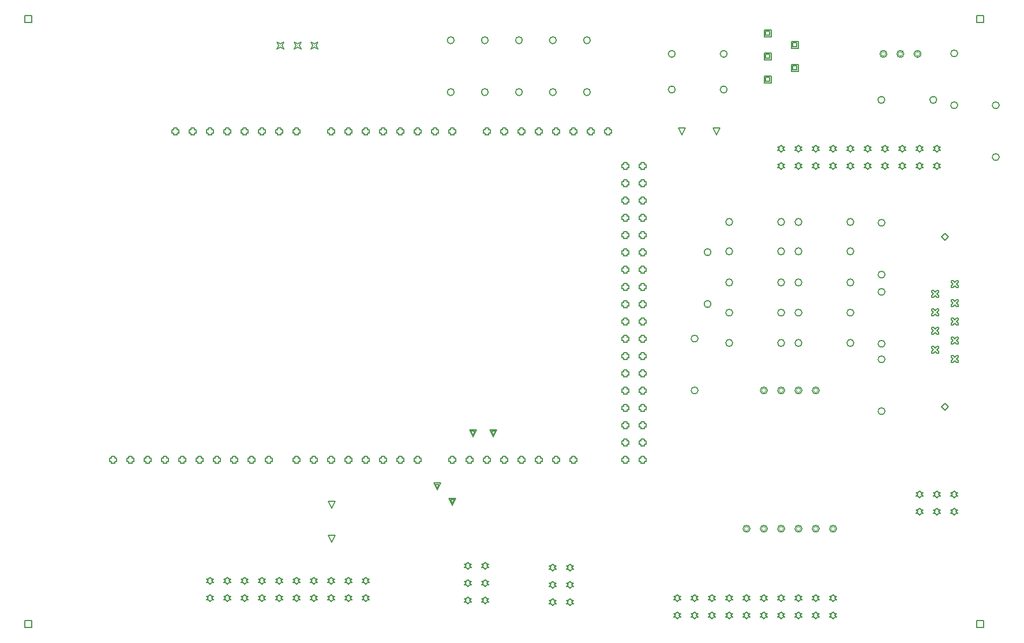
<source format=gbr>
G04 Layer_Color=2752767*
%FSLAX23Y23*%
%MOIN*%
%TF.FileFunction,Drawing*%
%TF.Part,Single*%
G01*
G75*
%TA.AperFunction,NonConductor*%
%ADD52C,0.005*%
%ADD74C,0.007*%
%ADD75C,0.004*%
D52*
X1230Y4730D02*
Y4770D01*
X1270D01*
Y4730D01*
X1230D01*
X6730D02*
Y4770D01*
X6770D01*
Y4730D01*
X6730D01*
Y1230D02*
Y1270D01*
X6770D01*
Y1230D01*
X6730D01*
X1230D02*
Y1270D01*
X1270D01*
Y1230D01*
X1230D01*
X5028Y4080D02*
X5008Y4120D01*
X5048D01*
X5028Y4080D01*
X5225D02*
X5205Y4120D01*
X5245D01*
X5225Y4080D01*
X3889Y1365D02*
X3899Y1375D01*
X3909D01*
X3899Y1385D01*
X3909Y1395D01*
X3899D01*
X3889Y1405D01*
X3879Y1395D01*
X3869D01*
X3879Y1385D01*
X3869Y1375D01*
X3879D01*
X3889Y1365D01*
X3789D02*
X3799Y1375D01*
X3809D01*
X3799Y1385D01*
X3809Y1395D01*
X3799D01*
X3789Y1405D01*
X3779Y1395D01*
X3769D01*
X3779Y1385D01*
X3769Y1375D01*
X3779D01*
X3789Y1365D01*
X3889Y1465D02*
X3899Y1475D01*
X3909D01*
X3899Y1485D01*
X3909Y1495D01*
X3899D01*
X3889Y1505D01*
X3879Y1495D01*
X3869D01*
X3879Y1485D01*
X3869Y1475D01*
X3879D01*
X3889Y1465D01*
X3789D02*
X3799Y1475D01*
X3809D01*
X3799Y1485D01*
X3809Y1495D01*
X3799D01*
X3789Y1505D01*
X3779Y1495D01*
X3769D01*
X3779Y1485D01*
X3769Y1475D01*
X3779D01*
X3789Y1465D01*
X3889Y1565D02*
X3899Y1575D01*
X3909D01*
X3899Y1585D01*
X3909Y1595D01*
X3899D01*
X3889Y1605D01*
X3879Y1595D01*
X3869D01*
X3879Y1585D01*
X3869Y1575D01*
X3879D01*
X3889Y1565D01*
X3789D02*
X3799Y1575D01*
X3809D01*
X3799Y1585D01*
X3809Y1595D01*
X3799D01*
X3789Y1605D01*
X3779Y1595D01*
X3769D01*
X3779Y1585D01*
X3769Y1575D01*
X3779D01*
X3789Y1565D01*
X6400Y1880D02*
X6410Y1890D01*
X6420D01*
X6410Y1900D01*
X6420Y1910D01*
X6410D01*
X6400Y1920D01*
X6390Y1910D01*
X6380D01*
X6390Y1900D01*
X6380Y1890D01*
X6390D01*
X6400Y1880D01*
Y1980D02*
X6410Y1990D01*
X6420D01*
X6410Y2000D01*
X6420Y2010D01*
X6410D01*
X6400Y2020D01*
X6390Y2010D01*
X6380D01*
X6390Y2000D01*
X6380Y1990D01*
X6390D01*
X6400Y1980D01*
X6500Y1880D02*
X6510Y1890D01*
X6520D01*
X6510Y1900D01*
X6520Y1910D01*
X6510D01*
X6500Y1920D01*
X6490Y1910D01*
X6480D01*
X6490Y1900D01*
X6480Y1890D01*
X6490D01*
X6500Y1880D01*
Y1980D02*
X6510Y1990D01*
X6520D01*
X6510Y2000D01*
X6520Y2010D01*
X6510D01*
X6500Y2020D01*
X6490Y2010D01*
X6480D01*
X6490Y2000D01*
X6480Y1990D01*
X6490D01*
X6500Y1980D01*
X6600Y1880D02*
X6610Y1890D01*
X6620D01*
X6610Y1900D01*
X6620Y1910D01*
X6610D01*
X6600Y1920D01*
X6590Y1910D01*
X6580D01*
X6590Y1900D01*
X6580Y1890D01*
X6590D01*
X6600Y1880D01*
Y1980D02*
X6610Y1990D01*
X6620D01*
X6610Y2000D01*
X6620Y2010D01*
X6610D01*
X6600Y2020D01*
X6590Y2010D01*
X6580D01*
X6590Y2000D01*
X6580Y1990D01*
X6590D01*
X6600Y1980D01*
X5600Y3880D02*
X5610Y3890D01*
X5620D01*
X5610Y3900D01*
X5620Y3910D01*
X5610D01*
X5600Y3920D01*
X5590Y3910D01*
X5580D01*
X5590Y3900D01*
X5580Y3890D01*
X5590D01*
X5600Y3880D01*
Y3980D02*
X5610Y3990D01*
X5620D01*
X5610Y4000D01*
X5620Y4010D01*
X5610D01*
X5600Y4020D01*
X5590Y4010D01*
X5580D01*
X5590Y4000D01*
X5580Y3990D01*
X5590D01*
X5600Y3980D01*
X5700Y3880D02*
X5710Y3890D01*
X5720D01*
X5710Y3900D01*
X5720Y3910D01*
X5710D01*
X5700Y3920D01*
X5690Y3910D01*
X5680D01*
X5690Y3900D01*
X5680Y3890D01*
X5690D01*
X5700Y3880D01*
Y3980D02*
X5710Y3990D01*
X5720D01*
X5710Y4000D01*
X5720Y4010D01*
X5710D01*
X5700Y4020D01*
X5690Y4010D01*
X5680D01*
X5690Y4000D01*
X5680Y3990D01*
X5690D01*
X5700Y3980D01*
X5800Y3880D02*
X5810Y3890D01*
X5820D01*
X5810Y3900D01*
X5820Y3910D01*
X5810D01*
X5800Y3920D01*
X5790Y3910D01*
X5780D01*
X5790Y3900D01*
X5780Y3890D01*
X5790D01*
X5800Y3880D01*
Y3980D02*
X5810Y3990D01*
X5820D01*
X5810Y4000D01*
X5820Y4010D01*
X5810D01*
X5800Y4020D01*
X5790Y4010D01*
X5780D01*
X5790Y4000D01*
X5780Y3990D01*
X5790D01*
X5800Y3980D01*
X5900Y3880D02*
X5910Y3890D01*
X5920D01*
X5910Y3900D01*
X5920Y3910D01*
X5910D01*
X5900Y3920D01*
X5890Y3910D01*
X5880D01*
X5890Y3900D01*
X5880Y3890D01*
X5890D01*
X5900Y3880D01*
Y3980D02*
X5910Y3990D01*
X5920D01*
X5910Y4000D01*
X5920Y4010D01*
X5910D01*
X5900Y4020D01*
X5890Y4010D01*
X5880D01*
X5890Y4000D01*
X5880Y3990D01*
X5890D01*
X5900Y3980D01*
X6000Y3880D02*
X6010Y3890D01*
X6020D01*
X6010Y3900D01*
X6020Y3910D01*
X6010D01*
X6000Y3920D01*
X5990Y3910D01*
X5980D01*
X5990Y3900D01*
X5980Y3890D01*
X5990D01*
X6000Y3880D01*
Y3980D02*
X6010Y3990D01*
X6020D01*
X6010Y4000D01*
X6020Y4010D01*
X6010D01*
X6000Y4020D01*
X5990Y4010D01*
X5980D01*
X5990Y4000D01*
X5980Y3990D01*
X5990D01*
X6000Y3980D01*
X6100Y3880D02*
X6110Y3890D01*
X6120D01*
X6110Y3900D01*
X6120Y3910D01*
X6110D01*
X6100Y3920D01*
X6090Y3910D01*
X6080D01*
X6090Y3900D01*
X6080Y3890D01*
X6090D01*
X6100Y3880D01*
Y3980D02*
X6110Y3990D01*
X6120D01*
X6110Y4000D01*
X6120Y4010D01*
X6110D01*
X6100Y4020D01*
X6090Y4010D01*
X6080D01*
X6090Y4000D01*
X6080Y3990D01*
X6090D01*
X6100Y3980D01*
X6200Y3880D02*
X6210Y3890D01*
X6220D01*
X6210Y3900D01*
X6220Y3910D01*
X6210D01*
X6200Y3920D01*
X6190Y3910D01*
X6180D01*
X6190Y3900D01*
X6180Y3890D01*
X6190D01*
X6200Y3880D01*
Y3980D02*
X6210Y3990D01*
X6220D01*
X6210Y4000D01*
X6220Y4010D01*
X6210D01*
X6200Y4020D01*
X6190Y4010D01*
X6180D01*
X6190Y4000D01*
X6180Y3990D01*
X6190D01*
X6200Y3980D01*
X6300Y3880D02*
X6310Y3890D01*
X6320D01*
X6310Y3900D01*
X6320Y3910D01*
X6310D01*
X6300Y3920D01*
X6290Y3910D01*
X6280D01*
X6290Y3900D01*
X6280Y3890D01*
X6290D01*
X6300Y3880D01*
Y3980D02*
X6310Y3990D01*
X6320D01*
X6310Y4000D01*
X6320Y4010D01*
X6310D01*
X6300Y4020D01*
X6290Y4010D01*
X6280D01*
X6290Y4000D01*
X6280Y3990D01*
X6290D01*
X6300Y3980D01*
X6400Y3880D02*
X6410Y3890D01*
X6420D01*
X6410Y3900D01*
X6420Y3910D01*
X6410D01*
X6400Y3920D01*
X6390Y3910D01*
X6380D01*
X6390Y3900D01*
X6380Y3890D01*
X6390D01*
X6400Y3880D01*
Y3980D02*
X6410Y3990D01*
X6420D01*
X6410Y4000D01*
X6420Y4010D01*
X6410D01*
X6400Y4020D01*
X6390Y4010D01*
X6380D01*
X6390Y4000D01*
X6380Y3990D01*
X6390D01*
X6400Y3980D01*
X6500Y3880D02*
X6510Y3890D01*
X6520D01*
X6510Y3900D01*
X6520Y3910D01*
X6510D01*
X6500Y3920D01*
X6490Y3910D01*
X6480D01*
X6490Y3900D01*
X6480Y3890D01*
X6490D01*
X6500Y3880D01*
Y3980D02*
X6510Y3990D01*
X6520D01*
X6510Y4000D01*
X6520Y4010D01*
X6510D01*
X6500Y4020D01*
X6490Y4010D01*
X6480D01*
X6490Y4000D01*
X6480Y3990D01*
X6490D01*
X6500Y3980D01*
X5900Y1380D02*
X5910Y1390D01*
X5920D01*
X5910Y1400D01*
X5920Y1410D01*
X5910D01*
X5900Y1420D01*
X5890Y1410D01*
X5880D01*
X5890Y1400D01*
X5880Y1390D01*
X5890D01*
X5900Y1380D01*
Y1280D02*
X5910Y1290D01*
X5920D01*
X5910Y1300D01*
X5920Y1310D01*
X5910D01*
X5900Y1320D01*
X5890Y1310D01*
X5880D01*
X5890Y1300D01*
X5880Y1290D01*
X5890D01*
X5900Y1280D01*
X5800Y1380D02*
X5810Y1390D01*
X5820D01*
X5810Y1400D01*
X5820Y1410D01*
X5810D01*
X5800Y1420D01*
X5790Y1410D01*
X5780D01*
X5790Y1400D01*
X5780Y1390D01*
X5790D01*
X5800Y1380D01*
Y1280D02*
X5810Y1290D01*
X5820D01*
X5810Y1300D01*
X5820Y1310D01*
X5810D01*
X5800Y1320D01*
X5790Y1310D01*
X5780D01*
X5790Y1300D01*
X5780Y1290D01*
X5790D01*
X5800Y1280D01*
X5700Y1380D02*
X5710Y1390D01*
X5720D01*
X5710Y1400D01*
X5720Y1410D01*
X5710D01*
X5700Y1420D01*
X5690Y1410D01*
X5680D01*
X5690Y1400D01*
X5680Y1390D01*
X5690D01*
X5700Y1380D01*
Y1280D02*
X5710Y1290D01*
X5720D01*
X5710Y1300D01*
X5720Y1310D01*
X5710D01*
X5700Y1320D01*
X5690Y1310D01*
X5680D01*
X5690Y1300D01*
X5680Y1290D01*
X5690D01*
X5700Y1280D01*
X5600Y1380D02*
X5610Y1390D01*
X5620D01*
X5610Y1400D01*
X5620Y1410D01*
X5610D01*
X5600Y1420D01*
X5590Y1410D01*
X5580D01*
X5590Y1400D01*
X5580Y1390D01*
X5590D01*
X5600Y1380D01*
Y1280D02*
X5610Y1290D01*
X5620D01*
X5610Y1300D01*
X5620Y1310D01*
X5610D01*
X5600Y1320D01*
X5590Y1310D01*
X5580D01*
X5590Y1300D01*
X5580Y1290D01*
X5590D01*
X5600Y1280D01*
X5500Y1380D02*
X5510Y1390D01*
X5520D01*
X5510Y1400D01*
X5520Y1410D01*
X5510D01*
X5500Y1420D01*
X5490Y1410D01*
X5480D01*
X5490Y1400D01*
X5480Y1390D01*
X5490D01*
X5500Y1380D01*
Y1280D02*
X5510Y1290D01*
X5520D01*
X5510Y1300D01*
X5520Y1310D01*
X5510D01*
X5500Y1320D01*
X5490Y1310D01*
X5480D01*
X5490Y1300D01*
X5480Y1290D01*
X5490D01*
X5500Y1280D01*
X5400Y1380D02*
X5410Y1390D01*
X5420D01*
X5410Y1400D01*
X5420Y1410D01*
X5410D01*
X5400Y1420D01*
X5390Y1410D01*
X5380D01*
X5390Y1400D01*
X5380Y1390D01*
X5390D01*
X5400Y1380D01*
Y1280D02*
X5410Y1290D01*
X5420D01*
X5410Y1300D01*
X5420Y1310D01*
X5410D01*
X5400Y1320D01*
X5390Y1310D01*
X5380D01*
X5390Y1300D01*
X5380Y1290D01*
X5390D01*
X5400Y1280D01*
X5300Y1380D02*
X5310Y1390D01*
X5320D01*
X5310Y1400D01*
X5320Y1410D01*
X5310D01*
X5300Y1420D01*
X5290Y1410D01*
X5280D01*
X5290Y1400D01*
X5280Y1390D01*
X5290D01*
X5300Y1380D01*
Y1280D02*
X5310Y1290D01*
X5320D01*
X5310Y1300D01*
X5320Y1310D01*
X5310D01*
X5300Y1320D01*
X5290Y1310D01*
X5280D01*
X5290Y1300D01*
X5280Y1290D01*
X5290D01*
X5300Y1280D01*
X5200Y1380D02*
X5210Y1390D01*
X5220D01*
X5210Y1400D01*
X5220Y1410D01*
X5210D01*
X5200Y1420D01*
X5190Y1410D01*
X5180D01*
X5190Y1400D01*
X5180Y1390D01*
X5190D01*
X5200Y1380D01*
Y1280D02*
X5210Y1290D01*
X5220D01*
X5210Y1300D01*
X5220Y1310D01*
X5210D01*
X5200Y1320D01*
X5190Y1310D01*
X5180D01*
X5190Y1300D01*
X5180Y1290D01*
X5190D01*
X5200Y1280D01*
X5100Y1380D02*
X5110Y1390D01*
X5120D01*
X5110Y1400D01*
X5120Y1410D01*
X5110D01*
X5100Y1420D01*
X5090Y1410D01*
X5080D01*
X5090Y1400D01*
X5080Y1390D01*
X5090D01*
X5100Y1380D01*
Y1280D02*
X5110Y1290D01*
X5120D01*
X5110Y1300D01*
X5120Y1310D01*
X5110D01*
X5100Y1320D01*
X5090Y1310D01*
X5080D01*
X5090Y1300D01*
X5080Y1290D01*
X5090D01*
X5100Y1280D01*
X5000Y1380D02*
X5010Y1390D01*
X5020D01*
X5010Y1400D01*
X5020Y1410D01*
X5010D01*
X5000Y1420D01*
X4990Y1410D01*
X4980D01*
X4990Y1400D01*
X4980Y1390D01*
X4990D01*
X5000Y1380D01*
Y1280D02*
X5010Y1290D01*
X5020D01*
X5010Y1300D01*
X5020Y1310D01*
X5010D01*
X5000Y1320D01*
X4990Y1310D01*
X4980D01*
X4990Y1300D01*
X4980Y1290D01*
X4990D01*
X5000Y1280D01*
X2884Y4576D02*
X2894Y4596D01*
X2884Y4616D01*
X2904Y4606D01*
X2924Y4616D01*
X2914Y4596D01*
X2924Y4576D01*
X2904Y4586D01*
X2884Y4576D01*
X2785D02*
X2795Y4596D01*
X2785Y4616D01*
X2805Y4606D01*
X2825Y4616D01*
X2815Y4596D01*
X2825Y4576D01*
X2805Y4586D01*
X2785Y4576D01*
X2687D02*
X2697Y4596D01*
X2687Y4616D01*
X2707Y4606D01*
X2727Y4616D01*
X2717Y4596D01*
X2727Y4576D01*
X2707Y4586D01*
X2687Y4576D01*
X3002Y1919D02*
X2982Y1959D01*
X3022D01*
X3002Y1919D01*
Y1722D02*
X2982Y1762D01*
X3022D01*
X3002Y1722D01*
X2990Y4090D02*
Y4080D01*
X3010D01*
Y4090D01*
X3020D01*
Y4110D01*
X3010D01*
Y4120D01*
X2990D01*
Y4110D01*
X2980D01*
Y4090D01*
X2990D01*
X3090D02*
Y4080D01*
X3110D01*
Y4090D01*
X3120D01*
Y4110D01*
X3110D01*
Y4120D01*
X3090D01*
Y4110D01*
X3080D01*
Y4090D01*
X3090D01*
X3190D02*
Y4080D01*
X3210D01*
Y4090D01*
X3220D01*
Y4110D01*
X3210D01*
Y4120D01*
X3190D01*
Y4110D01*
X3180D01*
Y4090D01*
X3190D01*
X3290D02*
Y4080D01*
X3310D01*
Y4090D01*
X3320D01*
Y4110D01*
X3310D01*
Y4120D01*
X3290D01*
Y4110D01*
X3280D01*
Y4090D01*
X3290D01*
X3390D02*
Y4080D01*
X3410D01*
Y4090D01*
X3420D01*
Y4110D01*
X3410D01*
Y4120D01*
X3390D01*
Y4110D01*
X3380D01*
Y4090D01*
X3390D01*
X3490D02*
Y4080D01*
X3510D01*
Y4090D01*
X3520D01*
Y4110D01*
X3510D01*
Y4120D01*
X3490D01*
Y4110D01*
X3480D01*
Y4090D01*
X3490D01*
X3590D02*
Y4080D01*
X3610D01*
Y4090D01*
X3620D01*
Y4110D01*
X3610D01*
Y4120D01*
X3590D01*
Y4110D01*
X3580D01*
Y4090D01*
X3590D01*
X3690D02*
Y4080D01*
X3710D01*
Y4090D01*
X3720D01*
Y4110D01*
X3710D01*
Y4120D01*
X3690D01*
Y4110D01*
X3680D01*
Y4090D01*
X3690D01*
X3890D02*
Y4080D01*
X3910D01*
Y4090D01*
X3920D01*
Y4110D01*
X3910D01*
Y4120D01*
X3890D01*
Y4110D01*
X3880D01*
Y4090D01*
X3890D01*
X3990D02*
Y4080D01*
X4010D01*
Y4090D01*
X4020D01*
Y4110D01*
X4010D01*
Y4120D01*
X3990D01*
Y4110D01*
X3980D01*
Y4090D01*
X3990D01*
X4090D02*
Y4080D01*
X4110D01*
Y4090D01*
X4120D01*
Y4110D01*
X4110D01*
Y4120D01*
X4090D01*
Y4110D01*
X4080D01*
Y4090D01*
X4090D01*
X4190D02*
Y4080D01*
X4210D01*
Y4090D01*
X4220D01*
Y4110D01*
X4210D01*
Y4120D01*
X4190D01*
Y4110D01*
X4180D01*
Y4090D01*
X4190D01*
X4290D02*
Y4080D01*
X4310D01*
Y4090D01*
X4320D01*
Y4110D01*
X4310D01*
Y4120D01*
X4290D01*
Y4110D01*
X4280D01*
Y4090D01*
X4290D01*
X4390D02*
Y4080D01*
X4410D01*
Y4090D01*
X4420D01*
Y4110D01*
X4410D01*
Y4120D01*
X4390D01*
Y4110D01*
X4380D01*
Y4090D01*
X4390D01*
X4490D02*
Y4080D01*
X4510D01*
Y4090D01*
X4520D01*
Y4110D01*
X4510D01*
Y4120D01*
X4490D01*
Y4110D01*
X4480D01*
Y4090D01*
X4490D01*
X4590D02*
Y4080D01*
X4610D01*
Y4090D01*
X4620D01*
Y4110D01*
X4610D01*
Y4120D01*
X4590D01*
Y4110D01*
X4580D01*
Y4090D01*
X4590D01*
X2090D02*
Y4080D01*
X2110D01*
Y4090D01*
X2120D01*
Y4110D01*
X2110D01*
Y4120D01*
X2090D01*
Y4110D01*
X2080D01*
Y4090D01*
X2090D01*
X2190D02*
Y4080D01*
X2210D01*
Y4090D01*
X2220D01*
Y4110D01*
X2210D01*
Y4120D01*
X2190D01*
Y4110D01*
X2180D01*
Y4090D01*
X2190D01*
X2290D02*
Y4080D01*
X2310D01*
Y4090D01*
X2320D01*
Y4110D01*
X2310D01*
Y4120D01*
X2290D01*
Y4110D01*
X2280D01*
Y4090D01*
X2290D01*
X2390D02*
Y4080D01*
X2410D01*
Y4090D01*
X2420D01*
Y4110D01*
X2410D01*
Y4120D01*
X2390D01*
Y4110D01*
X2380D01*
Y4090D01*
X2390D01*
X2490D02*
Y4080D01*
X2510D01*
Y4090D01*
X2520D01*
Y4110D01*
X2510D01*
Y4120D01*
X2490D01*
Y4110D01*
X2480D01*
Y4090D01*
X2490D01*
X2590D02*
Y4080D01*
X2610D01*
Y4090D01*
X2620D01*
Y4110D01*
X2610D01*
Y4120D01*
X2590D01*
Y4110D01*
X2580D01*
Y4090D01*
X2590D01*
X2690D02*
Y4080D01*
X2710D01*
Y4090D01*
X2720D01*
Y4110D01*
X2710D01*
Y4120D01*
X2690D01*
Y4110D01*
X2680D01*
Y4090D01*
X2690D01*
X2790D02*
Y4080D01*
X2810D01*
Y4090D01*
X2820D01*
Y4110D01*
X2810D01*
Y4120D01*
X2790D01*
Y4110D01*
X2780D01*
Y4090D01*
X2790D01*
X3690Y2190D02*
Y2180D01*
X3710D01*
Y2190D01*
X3720D01*
Y2210D01*
X3710D01*
Y2220D01*
X3690D01*
Y2210D01*
X3680D01*
Y2190D01*
X3690D01*
X3790D02*
Y2180D01*
X3810D01*
Y2190D01*
X3820D01*
Y2210D01*
X3810D01*
Y2220D01*
X3790D01*
Y2210D01*
X3780D01*
Y2190D01*
X3790D01*
X3890D02*
Y2180D01*
X3910D01*
Y2190D01*
X3920D01*
Y2210D01*
X3910D01*
Y2220D01*
X3890D01*
Y2210D01*
X3880D01*
Y2190D01*
X3890D01*
X3990D02*
Y2180D01*
X4010D01*
Y2190D01*
X4020D01*
Y2210D01*
X4010D01*
Y2220D01*
X3990D01*
Y2210D01*
X3980D01*
Y2190D01*
X3990D01*
X4090D02*
Y2180D01*
X4110D01*
Y2190D01*
X4120D01*
Y2210D01*
X4110D01*
Y2220D01*
X4090D01*
Y2210D01*
X4080D01*
Y2190D01*
X4090D01*
X4190D02*
Y2180D01*
X4210D01*
Y2190D01*
X4220D01*
Y2210D01*
X4210D01*
Y2220D01*
X4190D01*
Y2210D01*
X4180D01*
Y2190D01*
X4190D01*
X4290D02*
Y2180D01*
X4310D01*
Y2190D01*
X4320D01*
Y2210D01*
X4310D01*
Y2220D01*
X4290D01*
Y2210D01*
X4280D01*
Y2190D01*
X4290D01*
X4390D02*
Y2180D01*
X4410D01*
Y2190D01*
X4420D01*
Y2210D01*
X4410D01*
Y2220D01*
X4390D01*
Y2210D01*
X4380D01*
Y2190D01*
X4390D01*
X2790D02*
Y2180D01*
X2810D01*
Y2190D01*
X2820D01*
Y2210D01*
X2810D01*
Y2220D01*
X2790D01*
Y2210D01*
X2780D01*
Y2190D01*
X2790D01*
X2890D02*
Y2180D01*
X2910D01*
Y2190D01*
X2920D01*
Y2210D01*
X2910D01*
Y2220D01*
X2890D01*
Y2210D01*
X2880D01*
Y2190D01*
X2890D01*
X2990D02*
Y2180D01*
X3010D01*
Y2190D01*
X3020D01*
Y2210D01*
X3010D01*
Y2220D01*
X2990D01*
Y2210D01*
X2980D01*
Y2190D01*
X2990D01*
X3090D02*
Y2180D01*
X3110D01*
Y2190D01*
X3120D01*
Y2210D01*
X3110D01*
Y2220D01*
X3090D01*
Y2210D01*
X3080D01*
Y2190D01*
X3090D01*
X3190D02*
Y2180D01*
X3210D01*
Y2190D01*
X3220D01*
Y2210D01*
X3210D01*
Y2220D01*
X3190D01*
Y2210D01*
X3180D01*
Y2190D01*
X3190D01*
X3290D02*
Y2180D01*
X3310D01*
Y2190D01*
X3320D01*
Y2210D01*
X3310D01*
Y2220D01*
X3290D01*
Y2210D01*
X3280D01*
Y2190D01*
X3290D01*
X3390D02*
Y2180D01*
X3410D01*
Y2190D01*
X3420D01*
Y2210D01*
X3410D01*
Y2220D01*
X3390D01*
Y2210D01*
X3380D01*
Y2190D01*
X3390D01*
X3490D02*
Y2180D01*
X3510D01*
Y2190D01*
X3520D01*
Y2210D01*
X3510D01*
Y2220D01*
X3490D01*
Y2210D01*
X3480D01*
Y2190D01*
X3490D01*
X2630D02*
Y2180D01*
X2650D01*
Y2190D01*
X2660D01*
Y2210D01*
X2650D01*
Y2220D01*
X2630D01*
Y2210D01*
X2620D01*
Y2190D01*
X2630D01*
X2530D02*
Y2180D01*
X2550D01*
Y2190D01*
X2560D01*
Y2210D01*
X2550D01*
Y2220D01*
X2530D01*
Y2210D01*
X2520D01*
Y2190D01*
X2530D01*
X2430D02*
Y2180D01*
X2450D01*
Y2190D01*
X2460D01*
Y2210D01*
X2450D01*
Y2220D01*
X2430D01*
Y2210D01*
X2420D01*
Y2190D01*
X2430D01*
X2330D02*
Y2180D01*
X2350D01*
Y2190D01*
X2360D01*
Y2210D01*
X2350D01*
Y2220D01*
X2330D01*
Y2210D01*
X2320D01*
Y2190D01*
X2330D01*
X2230D02*
Y2180D01*
X2250D01*
Y2190D01*
X2260D01*
Y2210D01*
X2250D01*
Y2220D01*
X2230D01*
Y2210D01*
X2220D01*
Y2190D01*
X2230D01*
X2130D02*
Y2180D01*
X2150D01*
Y2190D01*
X2160D01*
Y2210D01*
X2150D01*
Y2220D01*
X2130D01*
Y2210D01*
X2120D01*
Y2190D01*
X2130D01*
X2030D02*
Y2180D01*
X2050D01*
Y2190D01*
X2060D01*
Y2210D01*
X2050D01*
Y2220D01*
X2030D01*
Y2210D01*
X2020D01*
Y2190D01*
X2030D01*
X1930D02*
Y2180D01*
X1950D01*
Y2190D01*
X1960D01*
Y2210D01*
X1950D01*
Y2220D01*
X1930D01*
Y2210D01*
X1920D01*
Y2190D01*
X1930D01*
X1830D02*
Y2180D01*
X1850D01*
Y2190D01*
X1860D01*
Y2210D01*
X1850D01*
Y2220D01*
X1830D01*
Y2210D01*
X1820D01*
Y2190D01*
X1830D01*
X1730D02*
Y2180D01*
X1750D01*
Y2190D01*
X1760D01*
Y2210D01*
X1750D01*
Y2220D01*
X1730D01*
Y2210D01*
X1720D01*
Y2190D01*
X1730D01*
X4690D02*
Y2180D01*
X4710D01*
Y2190D01*
X4720D01*
Y2210D01*
X4710D01*
Y2220D01*
X4690D01*
Y2210D01*
X4680D01*
Y2190D01*
X4690D01*
X4790D02*
Y2180D01*
X4810D01*
Y2190D01*
X4820D01*
Y2210D01*
X4810D01*
Y2220D01*
X4790D01*
Y2210D01*
X4780D01*
Y2190D01*
X4790D01*
X4690Y2290D02*
Y2280D01*
X4710D01*
Y2290D01*
X4720D01*
Y2310D01*
X4710D01*
Y2320D01*
X4690D01*
Y2310D01*
X4680D01*
Y2290D01*
X4690D01*
X4790D02*
Y2280D01*
X4810D01*
Y2290D01*
X4820D01*
Y2310D01*
X4810D01*
Y2320D01*
X4790D01*
Y2310D01*
X4780D01*
Y2290D01*
X4790D01*
X4690Y2390D02*
Y2380D01*
X4710D01*
Y2390D01*
X4720D01*
Y2410D01*
X4710D01*
Y2420D01*
X4690D01*
Y2410D01*
X4680D01*
Y2390D01*
X4690D01*
X4790D02*
Y2380D01*
X4810D01*
Y2390D01*
X4820D01*
Y2410D01*
X4810D01*
Y2420D01*
X4790D01*
Y2410D01*
X4780D01*
Y2390D01*
X4790D01*
X4690Y2490D02*
Y2480D01*
X4710D01*
Y2490D01*
X4720D01*
Y2510D01*
X4710D01*
Y2520D01*
X4690D01*
Y2510D01*
X4680D01*
Y2490D01*
X4690D01*
X4790D02*
Y2480D01*
X4810D01*
Y2490D01*
X4820D01*
Y2510D01*
X4810D01*
Y2520D01*
X4790D01*
Y2510D01*
X4780D01*
Y2490D01*
X4790D01*
X4690Y2590D02*
Y2580D01*
X4710D01*
Y2590D01*
X4720D01*
Y2610D01*
X4710D01*
Y2620D01*
X4690D01*
Y2610D01*
X4680D01*
Y2590D01*
X4690D01*
X4790D02*
Y2580D01*
X4810D01*
Y2590D01*
X4820D01*
Y2610D01*
X4810D01*
Y2620D01*
X4790D01*
Y2610D01*
X4780D01*
Y2590D01*
X4790D01*
X4690Y2690D02*
Y2680D01*
X4710D01*
Y2690D01*
X4720D01*
Y2710D01*
X4710D01*
Y2720D01*
X4690D01*
Y2710D01*
X4680D01*
Y2690D01*
X4690D01*
X4790D02*
Y2680D01*
X4810D01*
Y2690D01*
X4820D01*
Y2710D01*
X4810D01*
Y2720D01*
X4790D01*
Y2710D01*
X4780D01*
Y2690D01*
X4790D01*
X4690Y2790D02*
Y2780D01*
X4710D01*
Y2790D01*
X4720D01*
Y2810D01*
X4710D01*
Y2820D01*
X4690D01*
Y2810D01*
X4680D01*
Y2790D01*
X4690D01*
X4790D02*
Y2780D01*
X4810D01*
Y2790D01*
X4820D01*
Y2810D01*
X4810D01*
Y2820D01*
X4790D01*
Y2810D01*
X4780D01*
Y2790D01*
X4790D01*
X4690Y2890D02*
Y2880D01*
X4710D01*
Y2890D01*
X4720D01*
Y2910D01*
X4710D01*
Y2920D01*
X4690D01*
Y2910D01*
X4680D01*
Y2890D01*
X4690D01*
X4790D02*
Y2880D01*
X4810D01*
Y2890D01*
X4820D01*
Y2910D01*
X4810D01*
Y2920D01*
X4790D01*
Y2910D01*
X4780D01*
Y2890D01*
X4790D01*
X4690Y2990D02*
Y2980D01*
X4710D01*
Y2990D01*
X4720D01*
Y3010D01*
X4710D01*
Y3020D01*
X4690D01*
Y3010D01*
X4680D01*
Y2990D01*
X4690D01*
X4790D02*
Y2980D01*
X4810D01*
Y2990D01*
X4820D01*
Y3010D01*
X4810D01*
Y3020D01*
X4790D01*
Y3010D01*
X4780D01*
Y2990D01*
X4790D01*
X4690Y3090D02*
Y3080D01*
X4710D01*
Y3090D01*
X4720D01*
Y3110D01*
X4710D01*
Y3120D01*
X4690D01*
Y3110D01*
X4680D01*
Y3090D01*
X4690D01*
X4790D02*
Y3080D01*
X4810D01*
Y3090D01*
X4820D01*
Y3110D01*
X4810D01*
Y3120D01*
X4790D01*
Y3110D01*
X4780D01*
Y3090D01*
X4790D01*
X4690Y3190D02*
Y3180D01*
X4710D01*
Y3190D01*
X4720D01*
Y3210D01*
X4710D01*
Y3220D01*
X4690D01*
Y3210D01*
X4680D01*
Y3190D01*
X4690D01*
X4790D02*
Y3180D01*
X4810D01*
Y3190D01*
X4820D01*
Y3210D01*
X4810D01*
Y3220D01*
X4790D01*
Y3210D01*
X4780D01*
Y3190D01*
X4790D01*
X4690Y3290D02*
Y3280D01*
X4710D01*
Y3290D01*
X4720D01*
Y3310D01*
X4710D01*
Y3320D01*
X4690D01*
Y3310D01*
X4680D01*
Y3290D01*
X4690D01*
X4790D02*
Y3280D01*
X4810D01*
Y3290D01*
X4820D01*
Y3310D01*
X4810D01*
Y3320D01*
X4790D01*
Y3310D01*
X4780D01*
Y3290D01*
X4790D01*
X4690Y3390D02*
Y3380D01*
X4710D01*
Y3390D01*
X4720D01*
Y3410D01*
X4710D01*
Y3420D01*
X4690D01*
Y3410D01*
X4680D01*
Y3390D01*
X4690D01*
X4790D02*
Y3380D01*
X4810D01*
Y3390D01*
X4820D01*
Y3410D01*
X4810D01*
Y3420D01*
X4790D01*
Y3410D01*
X4780D01*
Y3390D01*
X4790D01*
X4690Y3490D02*
Y3480D01*
X4710D01*
Y3490D01*
X4720D01*
Y3510D01*
X4710D01*
Y3520D01*
X4690D01*
Y3510D01*
X4680D01*
Y3490D01*
X4690D01*
X4790D02*
Y3480D01*
X4810D01*
Y3490D01*
X4820D01*
Y3510D01*
X4810D01*
Y3520D01*
X4790D01*
Y3510D01*
X4780D01*
Y3490D01*
X4790D01*
X4690Y3590D02*
Y3580D01*
X4710D01*
Y3590D01*
X4720D01*
Y3610D01*
X4710D01*
Y3620D01*
X4690D01*
Y3610D01*
X4680D01*
Y3590D01*
X4690D01*
X4790D02*
Y3580D01*
X4810D01*
Y3590D01*
X4820D01*
Y3610D01*
X4810D01*
Y3620D01*
X4790D01*
Y3610D01*
X4780D01*
Y3590D01*
X4790D01*
X4690Y3690D02*
Y3680D01*
X4710D01*
Y3690D01*
X4720D01*
Y3710D01*
X4710D01*
Y3720D01*
X4690D01*
Y3710D01*
X4680D01*
Y3690D01*
X4690D01*
X4790D02*
Y3680D01*
X4810D01*
Y3690D01*
X4820D01*
Y3710D01*
X4810D01*
Y3720D01*
X4790D01*
Y3710D01*
X4780D01*
Y3690D01*
X4790D01*
X4690Y3790D02*
Y3780D01*
X4710D01*
Y3790D01*
X4720D01*
Y3810D01*
X4710D01*
Y3820D01*
X4690D01*
Y3810D01*
X4680D01*
Y3790D01*
X4690D01*
X4790D02*
Y3780D01*
X4810D01*
Y3790D01*
X4820D01*
Y3810D01*
X4810D01*
Y3820D01*
X4790D01*
Y3810D01*
X4780D01*
Y3790D01*
X4790D01*
X4690Y3890D02*
Y3880D01*
X4710D01*
Y3890D01*
X4720D01*
Y3910D01*
X4710D01*
Y3920D01*
X4690D01*
Y3910D01*
X4680D01*
Y3890D01*
X4690D01*
X4790D02*
Y3880D01*
X4810D01*
Y3890D01*
X4820D01*
Y3910D01*
X4810D01*
Y3920D01*
X4790D01*
Y3910D01*
X4780D01*
Y3890D01*
X4790D01*
X6470Y3140D02*
X6480D01*
X6490Y3150D01*
X6500Y3140D01*
X6510D01*
Y3150D01*
X6500Y3160D01*
X6510Y3170D01*
Y3180D01*
X6500D01*
X6490Y3170D01*
X6480Y3180D01*
X6470D01*
Y3170D01*
X6480Y3160D01*
X6470Y3150D01*
Y3140D01*
Y3032D02*
X6480D01*
X6490Y3042D01*
X6500Y3032D01*
X6510D01*
Y3042D01*
X6500Y3052D01*
X6510Y3062D01*
Y3072D01*
X6500D01*
X6490Y3062D01*
X6480Y3072D01*
X6470D01*
Y3062D01*
X6480Y3052D01*
X6470Y3042D01*
Y3032D01*
Y2924D02*
X6480D01*
X6490Y2934D01*
X6500Y2924D01*
X6510D01*
Y2934D01*
X6500Y2944D01*
X6510Y2954D01*
Y2964D01*
X6500D01*
X6490Y2954D01*
X6480Y2964D01*
X6470D01*
Y2954D01*
X6480Y2944D01*
X6470Y2934D01*
Y2924D01*
X6582Y3194D02*
X6592D01*
X6602Y3204D01*
X6612Y3194D01*
X6622D01*
Y3204D01*
X6612Y3214D01*
X6622Y3224D01*
Y3234D01*
X6612D01*
X6602Y3224D01*
X6592Y3234D01*
X6582D01*
Y3224D01*
X6592Y3214D01*
X6582Y3204D01*
Y3194D01*
Y3086D02*
X6592D01*
X6602Y3096D01*
X6612Y3086D01*
X6622D01*
Y3096D01*
X6612Y3106D01*
X6622Y3116D01*
Y3126D01*
X6612D01*
X6602Y3116D01*
X6592Y3126D01*
X6582D01*
Y3116D01*
X6592Y3106D01*
X6582Y3096D01*
Y3086D01*
Y2978D02*
X6592D01*
X6602Y2988D01*
X6612Y2978D01*
X6622D01*
Y2988D01*
X6612Y2998D01*
X6622Y3008D01*
Y3018D01*
X6612D01*
X6602Y3008D01*
X6592Y3018D01*
X6582D01*
Y3008D01*
X6592Y2998D01*
X6582Y2988D01*
Y2978D01*
Y2870D02*
X6592D01*
X6602Y2880D01*
X6612Y2870D01*
X6622D01*
Y2880D01*
X6612Y2890D01*
X6622Y2900D01*
Y2910D01*
X6612D01*
X6602Y2900D01*
X6592Y2910D01*
X6582D01*
Y2900D01*
X6592Y2890D01*
X6582Y2880D01*
Y2870D01*
X6526Y2506D02*
X6546Y2526D01*
X6566Y2506D01*
X6546Y2486D01*
X6526Y2506D01*
Y3490D02*
X6546Y3510D01*
X6566Y3490D01*
X6546Y3470D01*
X6526Y3490D01*
X6582Y2762D02*
X6592D01*
X6602Y2772D01*
X6612Y2762D01*
X6622D01*
Y2772D01*
X6612Y2782D01*
X6622Y2792D01*
Y2802D01*
X6612D01*
X6602Y2792D01*
X6592Y2802D01*
X6582D01*
Y2792D01*
X6592Y2782D01*
X6582Y2772D01*
Y2762D01*
X6470Y2816D02*
X6480D01*
X6490Y2826D01*
X6500Y2816D01*
X6510D01*
Y2826D01*
X6500Y2836D01*
X6510Y2846D01*
Y2856D01*
X6500D01*
X6490Y2846D01*
X6480Y2856D01*
X6470D01*
Y2846D01*
X6480Y2836D01*
X6470Y2826D01*
Y2816D01*
X4381Y1355D02*
X4391Y1365D01*
X4401D01*
X4391Y1375D01*
X4401Y1385D01*
X4391D01*
X4381Y1395D01*
X4371Y1385D01*
X4361D01*
X4371Y1375D01*
X4361Y1365D01*
X4371D01*
X4381Y1355D01*
X4281D02*
X4291Y1365D01*
X4301D01*
X4291Y1375D01*
X4301Y1385D01*
X4291D01*
X4281Y1395D01*
X4271Y1385D01*
X4261D01*
X4271Y1375D01*
X4261Y1365D01*
X4271D01*
X4281Y1355D01*
X4381Y1455D02*
X4391Y1465D01*
X4401D01*
X4391Y1475D01*
X4401Y1485D01*
X4391D01*
X4381Y1495D01*
X4371Y1485D01*
X4361D01*
X4371Y1475D01*
X4361Y1465D01*
X4371D01*
X4381Y1455D01*
X4281D02*
X4291Y1465D01*
X4301D01*
X4291Y1475D01*
X4301Y1485D01*
X4291D01*
X4281Y1495D01*
X4271Y1485D01*
X4261D01*
X4271Y1475D01*
X4261Y1465D01*
X4271D01*
X4281Y1455D01*
X4381Y1555D02*
X4391Y1565D01*
X4401D01*
X4391Y1575D01*
X4401Y1585D01*
X4391D01*
X4381Y1595D01*
X4371Y1585D01*
X4361D01*
X4371Y1575D01*
X4361Y1565D01*
X4371D01*
X4381Y1555D01*
X4281D02*
X4291Y1565D01*
X4301D01*
X4291Y1575D01*
X4301Y1585D01*
X4291D01*
X4281Y1595D01*
X4271Y1585D01*
X4261D01*
X4271Y1575D01*
X4261Y1565D01*
X4271D01*
X4281Y1555D01*
X2300Y1380D02*
X2310Y1390D01*
X2320D01*
X2310Y1400D01*
X2320Y1410D01*
X2310D01*
X2300Y1420D01*
X2290Y1410D01*
X2280D01*
X2290Y1400D01*
X2280Y1390D01*
X2290D01*
X2300Y1380D01*
Y1480D02*
X2310Y1490D01*
X2320D01*
X2310Y1500D01*
X2320Y1510D01*
X2310D01*
X2300Y1520D01*
X2290Y1510D01*
X2280D01*
X2290Y1500D01*
X2280Y1490D01*
X2290D01*
X2300Y1480D01*
X2400Y1380D02*
X2410Y1390D01*
X2420D01*
X2410Y1400D01*
X2420Y1410D01*
X2410D01*
X2400Y1420D01*
X2390Y1410D01*
X2380D01*
X2390Y1400D01*
X2380Y1390D01*
X2390D01*
X2400Y1380D01*
Y1480D02*
X2410Y1490D01*
X2420D01*
X2410Y1500D01*
X2420Y1510D01*
X2410D01*
X2400Y1520D01*
X2390Y1510D01*
X2380D01*
X2390Y1500D01*
X2380Y1490D01*
X2390D01*
X2400Y1480D01*
X2500Y1380D02*
X2510Y1390D01*
X2520D01*
X2510Y1400D01*
X2520Y1410D01*
X2510D01*
X2500Y1420D01*
X2490Y1410D01*
X2480D01*
X2490Y1400D01*
X2480Y1390D01*
X2490D01*
X2500Y1380D01*
Y1480D02*
X2510Y1490D01*
X2520D01*
X2510Y1500D01*
X2520Y1510D01*
X2510D01*
X2500Y1520D01*
X2490Y1510D01*
X2480D01*
X2490Y1500D01*
X2480Y1490D01*
X2490D01*
X2500Y1480D01*
X2600Y1380D02*
X2610Y1390D01*
X2620D01*
X2610Y1400D01*
X2620Y1410D01*
X2610D01*
X2600Y1420D01*
X2590Y1410D01*
X2580D01*
X2590Y1400D01*
X2580Y1390D01*
X2590D01*
X2600Y1380D01*
Y1480D02*
X2610Y1490D01*
X2620D01*
X2610Y1500D01*
X2620Y1510D01*
X2610D01*
X2600Y1520D01*
X2590Y1510D01*
X2580D01*
X2590Y1500D01*
X2580Y1490D01*
X2590D01*
X2600Y1480D01*
X2700Y1380D02*
X2710Y1390D01*
X2720D01*
X2710Y1400D01*
X2720Y1410D01*
X2710D01*
X2700Y1420D01*
X2690Y1410D01*
X2680D01*
X2690Y1400D01*
X2680Y1390D01*
X2690D01*
X2700Y1380D01*
Y1480D02*
X2710Y1490D01*
X2720D01*
X2710Y1500D01*
X2720Y1510D01*
X2710D01*
X2700Y1520D01*
X2690Y1510D01*
X2680D01*
X2690Y1500D01*
X2680Y1490D01*
X2690D01*
X2700Y1480D01*
X2800Y1380D02*
X2810Y1390D01*
X2820D01*
X2810Y1400D01*
X2820Y1410D01*
X2810D01*
X2800Y1420D01*
X2790Y1410D01*
X2780D01*
X2790Y1400D01*
X2780Y1390D01*
X2790D01*
X2800Y1380D01*
Y1480D02*
X2810Y1490D01*
X2820D01*
X2810Y1500D01*
X2820Y1510D01*
X2810D01*
X2800Y1520D01*
X2790Y1510D01*
X2780D01*
X2790Y1500D01*
X2780Y1490D01*
X2790D01*
X2800Y1480D01*
X2900Y1380D02*
X2910Y1390D01*
X2920D01*
X2910Y1400D01*
X2920Y1410D01*
X2910D01*
X2900Y1420D01*
X2890Y1410D01*
X2880D01*
X2890Y1400D01*
X2880Y1390D01*
X2890D01*
X2900Y1380D01*
Y1480D02*
X2910Y1490D01*
X2920D01*
X2910Y1500D01*
X2920Y1510D01*
X2910D01*
X2900Y1520D01*
X2890Y1510D01*
X2880D01*
X2890Y1500D01*
X2880Y1490D01*
X2890D01*
X2900Y1480D01*
X3000Y1380D02*
X3010Y1390D01*
X3020D01*
X3010Y1400D01*
X3020Y1410D01*
X3010D01*
X3000Y1420D01*
X2990Y1410D01*
X2980D01*
X2990Y1400D01*
X2980Y1390D01*
X2990D01*
X3000Y1380D01*
Y1480D02*
X3010Y1490D01*
X3020D01*
X3010Y1500D01*
X3020Y1510D01*
X3010D01*
X3000Y1520D01*
X2990Y1510D01*
X2980D01*
X2990Y1500D01*
X2980Y1490D01*
X2990D01*
X3000Y1480D01*
X3100Y1380D02*
X3110Y1390D01*
X3120D01*
X3110Y1400D01*
X3120Y1410D01*
X3110D01*
X3100Y1420D01*
X3090Y1410D01*
X3080D01*
X3090Y1400D01*
X3080Y1390D01*
X3090D01*
X3100Y1380D01*
Y1480D02*
X3110Y1490D01*
X3120D01*
X3110Y1500D01*
X3120Y1510D01*
X3110D01*
X3100Y1520D01*
X3090Y1510D01*
X3080D01*
X3090Y1500D01*
X3080Y1490D01*
X3090D01*
X3100Y1480D01*
X3200Y1380D02*
X3210Y1390D01*
X3220D01*
X3210Y1400D01*
X3220Y1410D01*
X3210D01*
X3200Y1420D01*
X3190Y1410D01*
X3180D01*
X3190Y1400D01*
X3180Y1390D01*
X3190D01*
X3200Y1380D01*
Y1480D02*
X3210Y1490D01*
X3220D01*
X3210Y1500D01*
X3220Y1510D01*
X3210D01*
X3200Y1520D01*
X3190Y1510D01*
X3180D01*
X3190Y1500D01*
X3180Y1490D01*
X3190D01*
X3200Y1480D01*
X5502Y4647D02*
Y4687D01*
X5542D01*
Y4647D01*
X5502D01*
X5510Y4655D02*
Y4679D01*
X5534D01*
Y4655D01*
X5510D01*
X5659Y4580D02*
Y4620D01*
X5699D01*
Y4580D01*
X5659D01*
X5667Y4588D02*
Y4612D01*
X5691D01*
Y4588D01*
X5667D01*
X5502Y4513D02*
Y4553D01*
X5542D01*
Y4513D01*
X5502D01*
X5510Y4521D02*
Y4545D01*
X5534D01*
Y4521D01*
X5510D01*
X5659Y4447D02*
Y4487D01*
X5699D01*
Y4447D01*
X5659D01*
X5667Y4455D02*
Y4479D01*
X5691D01*
Y4455D01*
X5667D01*
X5502Y4380D02*
Y4420D01*
X5542D01*
Y4380D01*
X5502D01*
X5510Y4388D02*
Y4412D01*
X5534D01*
Y4388D01*
X5510D01*
X3819Y2332D02*
X3799Y2372D01*
X3839D01*
X3819Y2332D01*
Y2340D02*
X3807Y2364D01*
X3831D01*
X3819Y2340D01*
X3937Y2332D02*
X3917Y2372D01*
X3957D01*
X3937Y2332D01*
Y2340D02*
X3925Y2364D01*
X3949D01*
X3937Y2340D01*
X3701Y1936D02*
X3681Y1976D01*
X3721D01*
X3701Y1936D01*
Y1944D02*
X3689Y1968D01*
X3713D01*
X3701Y1944D01*
X3612Y2024D02*
X3592Y2064D01*
X3632D01*
X3612Y2024D01*
Y2032D02*
X3600Y2056D01*
X3624D01*
X3612Y2032D01*
D74*
X3908Y4626D02*
G03*
X3908Y4626I-20J0D01*
G01*
Y4326D02*
G03*
X3908Y4326I-20J0D01*
G01*
X4498D02*
G03*
X4498Y4326I-20J0D01*
G01*
Y4626D02*
G03*
X4498Y4626I-20J0D01*
G01*
X4301Y4326D02*
G03*
X4301Y4326I-20J0D01*
G01*
Y4626D02*
G03*
X4301Y4626I-20J0D01*
G01*
X4105Y4326D02*
G03*
X4105Y4326I-20J0D01*
G01*
Y4626D02*
G03*
X4105Y4626I-20J0D01*
G01*
X6499Y4281D02*
G03*
X6499Y4281I-20J0D01*
G01*
X6199D02*
G03*
X6199Y4281I-20J0D01*
G01*
X6620Y4550D02*
G03*
X6620Y4550I-20J0D01*
G01*
Y4250D02*
G03*
X6620Y4250I-20J0D01*
G01*
X6860D02*
G03*
X6860Y4250I-20J0D01*
G01*
Y3950D02*
G03*
X6860Y3950I-20J0D01*
G01*
X5288Y4547D02*
G03*
X5288Y4547I-20J0D01*
G01*
X4988D02*
G03*
X4988Y4547I-20J0D01*
G01*
Y4341D02*
G03*
X4988Y4341I-20J0D01*
G01*
X5288D02*
G03*
X5288Y4341I-20J0D01*
G01*
X6200Y2480D02*
G03*
X6200Y2480I-20J0D01*
G01*
Y2780D02*
G03*
X6200Y2780I-20J0D01*
G01*
X6020Y3225D02*
G03*
X6020Y3225I-20J0D01*
G01*
X5720D02*
G03*
X5720Y3225I-20J0D01*
G01*
X5620D02*
G03*
X5620Y3225I-20J0D01*
G01*
X5320D02*
G03*
X5320Y3225I-20J0D01*
G01*
X6200Y3170D02*
G03*
X6200Y3170I-20J0D01*
G01*
Y2870D02*
G03*
X6200Y2870I-20J0D01*
G01*
X6020Y3405D02*
G03*
X6020Y3405I-20J0D01*
G01*
X5720D02*
G03*
X5720Y3405I-20J0D01*
G01*
X5620D02*
G03*
X5620Y3405I-20J0D01*
G01*
X5320D02*
G03*
X5320Y3405I-20J0D01*
G01*
X6200Y3570D02*
G03*
X6200Y3570I-20J0D01*
G01*
Y3270D02*
G03*
X6200Y3270I-20J0D01*
G01*
X6020Y3575D02*
G03*
X6020Y3575I-20J0D01*
G01*
X5720D02*
G03*
X5720Y3575I-20J0D01*
G01*
X5620D02*
G03*
X5620Y3575I-20J0D01*
G01*
X5320D02*
G03*
X5320Y3575I-20J0D01*
G01*
X3711Y4626D02*
G03*
X3711Y4626I-20J0D01*
G01*
Y4326D02*
G03*
X3711Y4326I-20J0D01*
G01*
X6211Y4547D02*
G03*
X6211Y4547I-20J0D01*
G01*
X6309D02*
G03*
X6309Y4547I-20J0D01*
G01*
X6408D02*
G03*
X6408Y4547I-20J0D01*
G01*
X5520Y2600D02*
G03*
X5520Y2600I-20J0D01*
G01*
X5620D02*
G03*
X5620Y2600I-20J0D01*
G01*
X5720D02*
G03*
X5720Y2600I-20J0D01*
G01*
X5820D02*
G03*
X5820Y2600I-20J0D01*
G01*
X5420Y1800D02*
G03*
X5420Y1800I-20J0D01*
G01*
X5520D02*
G03*
X5520Y1800I-20J0D01*
G01*
X5620D02*
G03*
X5620Y1800I-20J0D01*
G01*
X5720D02*
G03*
X5720Y1800I-20J0D01*
G01*
X5820D02*
G03*
X5820Y1800I-20J0D01*
G01*
X5920D02*
G03*
X5920Y1800I-20J0D01*
G01*
X5320Y3050D02*
G03*
X5320Y3050I-20J0D01*
G01*
X5620D02*
G03*
X5620Y3050I-20J0D01*
G01*
X5720D02*
G03*
X5720Y3050I-20J0D01*
G01*
X6020D02*
G03*
X6020Y3050I-20J0D01*
G01*
X5195Y3400D02*
G03*
X5195Y3400I-20J0D01*
G01*
Y3100D02*
G03*
X5195Y3100I-20J0D01*
G01*
X5120Y2600D02*
G03*
X5120Y2600I-20J0D01*
G01*
Y2900D02*
G03*
X5120Y2900I-20J0D01*
G01*
X5320Y2875D02*
G03*
X5320Y2875I-20J0D01*
G01*
X5620D02*
G03*
X5620Y2875I-20J0D01*
G01*
X5720D02*
G03*
X5720Y2875I-20J0D01*
G01*
X6020D02*
G03*
X6020Y2875I-20J0D01*
G01*
D75*
X6203Y4547D02*
G03*
X6203Y4547I-12J0D01*
G01*
X6301D02*
G03*
X6301Y4547I-12J0D01*
G01*
X6400D02*
G03*
X6400Y4547I-12J0D01*
G01*
X5512Y2600D02*
G03*
X5512Y2600I-12J0D01*
G01*
X5612D02*
G03*
X5612Y2600I-12J0D01*
G01*
X5712D02*
G03*
X5712Y2600I-12J0D01*
G01*
X5812D02*
G03*
X5812Y2600I-12J0D01*
G01*
X5412Y1800D02*
G03*
X5412Y1800I-12J0D01*
G01*
X5512D02*
G03*
X5512Y1800I-12J0D01*
G01*
X5612D02*
G03*
X5612Y1800I-12J0D01*
G01*
X5712D02*
G03*
X5712Y1800I-12J0D01*
G01*
X5812D02*
G03*
X5812Y1800I-12J0D01*
G01*
X5912D02*
G03*
X5912Y1800I-12J0D01*
G01*
%TF.MD5,b31eb864fdc8dd57b6b694c326c7c4a7*%
M02*

</source>
